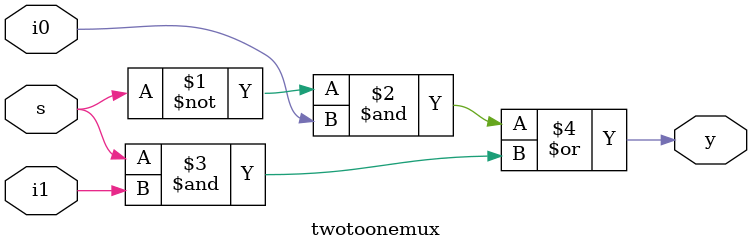
<source format=sv>
`timescale 1ns / 1ps


module twotoonemux(
    input s, i0, i1,
    output y
    );
    assign y = (~s & i0) | (s & i1);
endmodule

</source>
